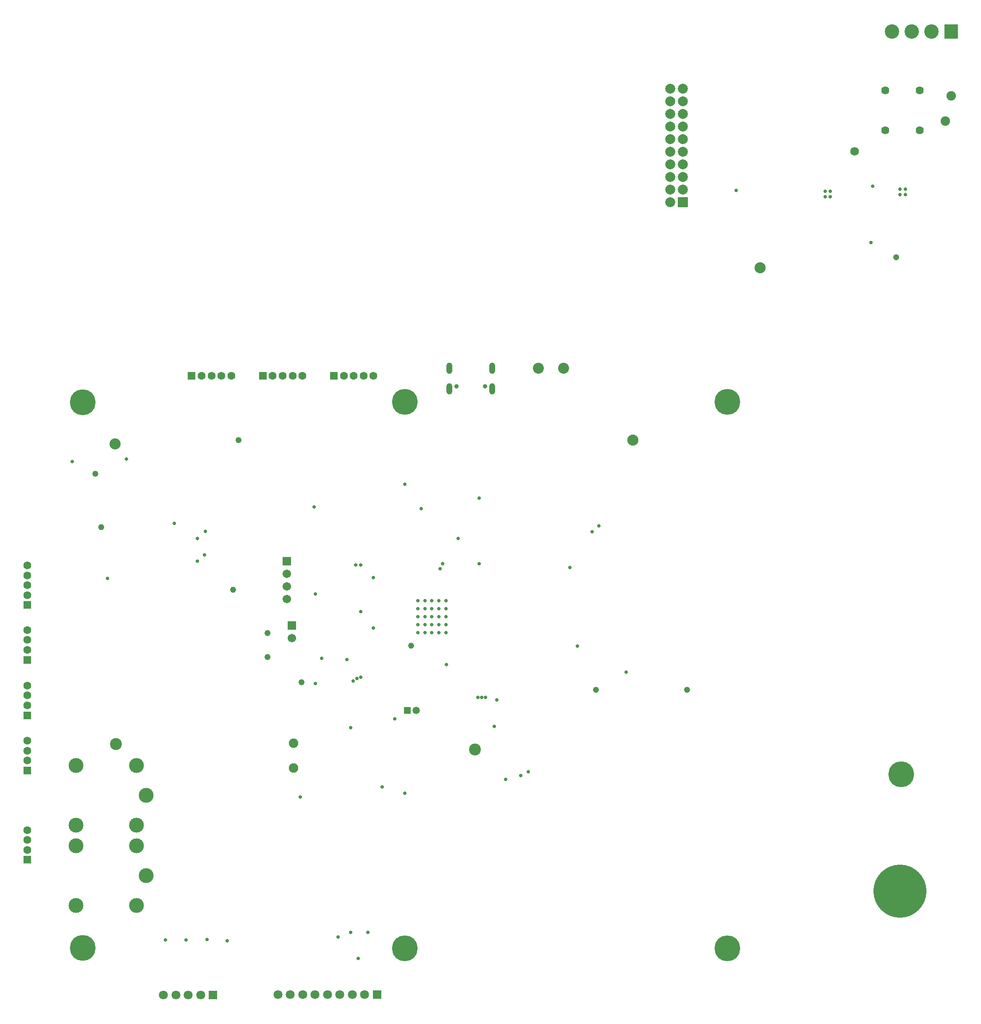
<source format=gbs>
G04*
G04 #@! TF.GenerationSoftware,Altium Limited,Altium Designer,23.10.1 (27)*
G04*
G04 Layer_Color=16711935*
%FSLAX44Y44*%
%MOMM*%
G71*
G04*
G04 #@! TF.SameCoordinates,3E0E9A5D-E792-4E61-ABED-DFC360609BBB*
G04*
G04*
G04 #@! TF.FilePolarity,Negative*
G04*
G01*
G75*
%ADD119R,1.8032X1.8032*%
%ADD120C,1.8032*%
%ADD121O,1.2032X2.3032*%
%ADD122C,0.8732*%
%ADD123C,2.9972*%
%ADD124C,1.6240*%
%ADD125C,2.0032*%
%ADD126R,2.0032X2.0032*%
%ADD127R,1.7032X1.7032*%
%ADD128C,1.7032*%
%ADD129C,1.9000*%
%ADD130C,2.9000*%
%ADD131R,2.7000X2.9000*%
%ADD132R,1.6032X1.6032*%
%ADD133C,1.6032*%
%ADD134R,1.6032X1.6032*%
%ADD135R,1.4732X1.4732*%
%ADD136C,1.4732*%
%ADD137C,2.2032*%
%ADD138C,10.7032*%
%ADD139C,5.2032*%
%ADD140C,0.7112*%
%ADD141C,0.7032*%
%ADD142C,1.7272*%
%ADD143C,1.2192*%
%ADD144C,2.2352*%
%ADD197C,2.4000*%
D119*
X-1615766Y-3260090D02*
D03*
X-1946330Y-3261451D02*
D03*
D120*
X-1640764Y-3260090D02*
D03*
X-1665766D02*
D03*
X-1690767D02*
D03*
X-1715766D02*
D03*
X-1815765D02*
D03*
X-1790766D02*
D03*
X-1765765D02*
D03*
X-1740764D02*
D03*
X-2046330Y-3261451D02*
D03*
X-2021331D02*
D03*
X-1996330D02*
D03*
X-1971328D02*
D03*
D121*
X-1383804Y-1998883D02*
D03*
Y-2040383D02*
D03*
X-1470204Y-1998883D02*
D03*
Y-2040383D02*
D03*
D122*
X-1455904Y-2035383D02*
D03*
X-1398104D02*
D03*
D123*
X-2223007Y-3080868D02*
D03*
X-2101005Y-2960873D02*
D03*
Y-3080873D02*
D03*
X-2081006Y-3020873D02*
D03*
X-2223007Y-2960878D02*
D03*
X-2222889Y-2799283D02*
D03*
X-2080887Y-2859278D02*
D03*
X-2100887Y-2919278D02*
D03*
Y-2799278D02*
D03*
X-2222889Y-2919273D02*
D03*
D124*
X-521462Y-1439418D02*
D03*
X-591462D02*
D03*
X-521462Y-1519418D02*
D03*
X-591462D02*
D03*
D125*
X-1024636Y-1435862D02*
D03*
X-999236D02*
D03*
X-1024636Y-1461262D02*
D03*
X-999236D02*
D03*
X-1024636Y-1486662D02*
D03*
X-999236D02*
D03*
X-1024636Y-1512062D02*
D03*
X-999236D02*
D03*
X-1024636Y-1537462D02*
D03*
X-999236D02*
D03*
X-1024636Y-1562862D02*
D03*
X-999236D02*
D03*
X-1024636Y-1588262D02*
D03*
X-999236D02*
D03*
X-1024636Y-1613662D02*
D03*
X-999236D02*
D03*
X-1024636Y-1639062D02*
D03*
X-999236D02*
D03*
X-1024636Y-1664462D02*
D03*
D126*
X-999236D02*
D03*
D127*
X-1797558Y-2387092D02*
D03*
X-1787144Y-2517140D02*
D03*
D128*
X-1797558Y-2412492D02*
D03*
Y-2437892D02*
D03*
Y-2463292D02*
D03*
X-1787144Y-2542540D02*
D03*
D129*
X-457804Y-1449987D02*
D03*
X-469803Y-1500985D02*
D03*
X-1784350Y-2753868D02*
D03*
Y-2803868D02*
D03*
D130*
X-577343Y-1320291D02*
D03*
X-537744D02*
D03*
X-498146D02*
D03*
D131*
X-458542D02*
D03*
D132*
X-1846133Y-2013966D02*
D03*
X-1989450D02*
D03*
X-1702816D02*
D03*
D133*
X-1826133D02*
D03*
X-1806133D02*
D03*
X-1786133D02*
D03*
X-1766133D02*
D03*
X-2320798Y-2928908D02*
D03*
Y-2948908D02*
D03*
Y-2968908D02*
D03*
Y-2565998D02*
D03*
Y-2545998D02*
D03*
Y-2525998D02*
D03*
Y-2395828D02*
D03*
Y-2415828D02*
D03*
Y-2435828D02*
D03*
Y-2455828D02*
D03*
Y-2677758D02*
D03*
Y-2657758D02*
D03*
Y-2637758D02*
D03*
X-1969450Y-2013966D02*
D03*
X-1949450D02*
D03*
X-1929450D02*
D03*
X-1909450D02*
D03*
X-2320798Y-2788878D02*
D03*
Y-2768878D02*
D03*
Y-2748878D02*
D03*
X-1622816Y-2013966D02*
D03*
X-1642816D02*
D03*
X-1662816D02*
D03*
X-1682816D02*
D03*
D134*
X-2320798Y-2988908D02*
D03*
Y-2585998D02*
D03*
Y-2475828D02*
D03*
Y-2697758D02*
D03*
Y-2808878D02*
D03*
D135*
X-1554226Y-2688336D02*
D03*
D136*
X-1536446D02*
D03*
D137*
X-1239520Y-1998980D02*
D03*
X-1290320D02*
D03*
D138*
X-561650Y-3051710D02*
D03*
D139*
X-1559306Y-3166872D02*
D03*
X-2209292Y-3166364D02*
D03*
X-2208784Y-2067052D02*
D03*
X-1559306Y-2066544D02*
D03*
X-559308Y-2816352D02*
D03*
X-909320Y-3166872D02*
D03*
X-909150Y-2066710D02*
D03*
D140*
X-1477010Y-2466594D02*
D03*
Y-2482850D02*
D03*
Y-2499106D02*
D03*
Y-2515362D02*
D03*
Y-2531618D02*
D03*
X-1533652Y-2466594D02*
D03*
Y-2482850D02*
D03*
Y-2499106D02*
D03*
Y-2515362D02*
D03*
Y-2531618D02*
D03*
X-1519491D02*
D03*
X-1518920Y-2515362D02*
D03*
Y-2499106D02*
D03*
Y-2482850D02*
D03*
X-1519491Y-2466594D02*
D03*
X-1505331Y-2531618D02*
D03*
X-1505458Y-2515362D02*
D03*
Y-2499106D02*
D03*
Y-2482850D02*
D03*
X-1505331Y-2466594D02*
D03*
X-1491171Y-2531618D02*
D03*
X-1490980Y-2515362D02*
D03*
Y-2499106D02*
D03*
Y-2482850D02*
D03*
X-1491171Y-2466594D02*
D03*
X-2024380Y-2311400D02*
D03*
X-2159254Y-2422398D02*
D03*
X-2144014Y-2756154D02*
D03*
X-1211535Y-2558410D02*
D03*
X-1113790Y-2611120D02*
D03*
X-1356360Y-2827020D02*
D03*
X-1325880Y-2819400D02*
D03*
X-1310640Y-2811780D02*
D03*
X-891540Y-1640840D02*
D03*
X-1770380Y-2862580D02*
D03*
X-1559560Y-2854960D02*
D03*
X-1653781Y-3187700D02*
D03*
X-1917700Y-3152140D02*
D03*
X-1605280Y-2841652D02*
D03*
X-1668781Y-3134716D02*
D03*
X-1634529D02*
D03*
X-1693996Y-3144565D02*
D03*
X-1958638Y-3149659D02*
D03*
X-2001056Y-3150421D02*
D03*
X-2042712Y-3150152D02*
D03*
X-619760Y-1745660D02*
D03*
X-616712Y-1631950D02*
D03*
X-2120900Y-2181860D02*
D03*
X-2230374Y-2186933D02*
D03*
X-1168400Y-2316480D02*
D03*
X-1658620Y-2395220D02*
D03*
X-1648460D02*
D03*
X-1579880Y-2705100D02*
D03*
X-1475740Y-2595880D02*
D03*
X-1410155Y-2392225D02*
D03*
Y-2260145D02*
D03*
X-1452105Y-2341452D02*
D03*
X-1374140Y-2667000D02*
D03*
X-1412240Y-2661920D02*
D03*
X-1404620D02*
D03*
X-1397000D02*
D03*
X-1727200Y-2583180D02*
D03*
X-1676400Y-2585760D02*
D03*
X-1648460Y-2489200D02*
D03*
X-1379220Y-2720340D02*
D03*
X-1668780Y-2722880D02*
D03*
X-1739900Y-2633980D02*
D03*
Y-2453640D02*
D03*
X-1742440Y-2278380D02*
D03*
X-1527100Y-2281480D02*
D03*
X-1559560Y-2232660D02*
D03*
X-1623060Y-2420620D02*
D03*
Y-2522220D02*
D03*
X-1483360Y-2392680D02*
D03*
X-1488440Y-2402840D02*
D03*
X-1648460Y-2621280D02*
D03*
X-1656080Y-2623820D02*
D03*
X-1663700Y-2628900D02*
D03*
X-1181928Y-2328352D02*
D03*
X-1226851Y-2400300D02*
D03*
X-1978232Y-2387172D02*
D03*
X-1963796Y-2374524D02*
D03*
X-1978232Y-2341452D02*
D03*
X-1961764Y-2327524D02*
D03*
D141*
X-561760Y-1648880D02*
D03*
Y-1637880D02*
D03*
X-550760Y-1648880D02*
D03*
Y-1637880D02*
D03*
X-701636Y-1642198D02*
D03*
Y-1653198D02*
D03*
X-712636Y-1642198D02*
D03*
Y-1653198D02*
D03*
D142*
X-652780Y-1562100D02*
D03*
D143*
X-1905762Y-2445258D02*
D03*
X-1547084Y-2557780D02*
D03*
X-1767840Y-2631440D02*
D03*
X-1836420Y-2580640D02*
D03*
X-1836406Y-2532394D02*
D03*
X-1174805Y-2646785D02*
D03*
X-990600Y-2646243D02*
D03*
X-1894840Y-2143760D02*
D03*
X-569490Y-1775158D02*
D03*
X-2183892Y-2211439D02*
D03*
X-2171700Y-2319020D02*
D03*
D144*
X-1099820Y-2143760D02*
D03*
X-2143760Y-2151380D02*
D03*
X-843026Y-1796034D02*
D03*
D197*
X-2142490Y-2755646D02*
D03*
X-1418082Y-2766568D02*
D03*
M02*

</source>
